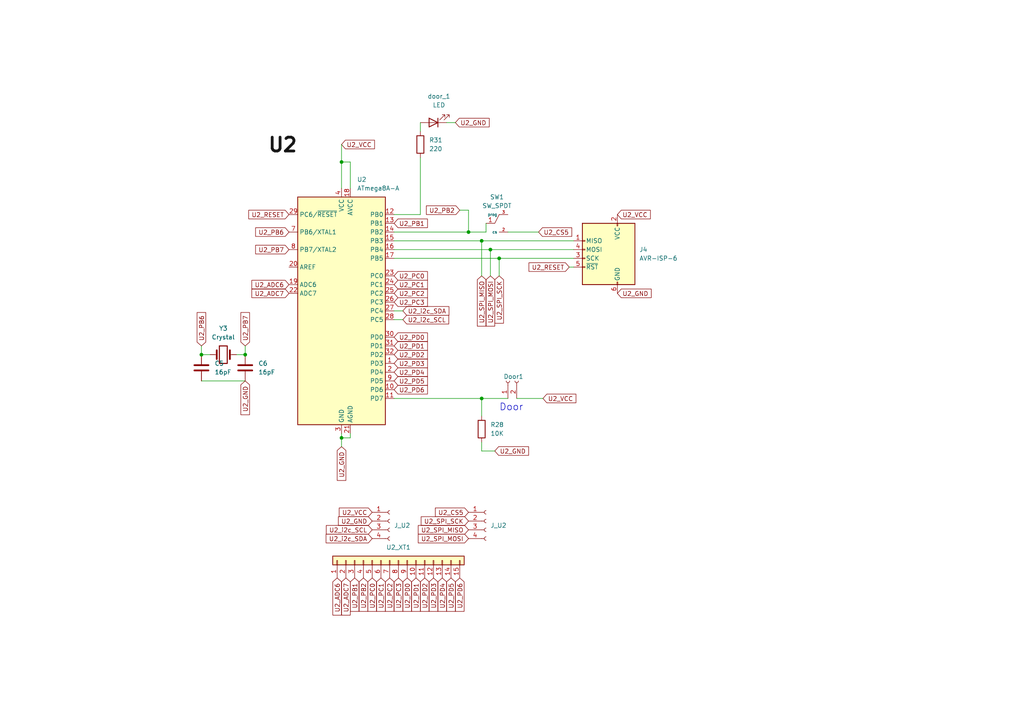
<source format=kicad_sch>
(kicad_sch (version 20230121) (generator eeschema)
  (paper "A4")
  (lib_symbols
    (symbol "Connector:AVR-ISP-6" (pin_names (offset 1.016))
      (property "Reference" "J" (at -6.35 11.43 0))
      (property "Value" "AVR-ISP-6" (at 0 11.43 0))
      (symbol "AVR-ISP-6_0_1"
        (rectangle (start -2.667 -6.858) (end -2.413 -7.62))
        (rectangle (start -2.667 10.16) (end -2.413 9.398))
        (rectangle (start 7.62 -2.413) (end 6.858 -2.667))
        (rectangle (start 7.62 0.127) (end 6.858 -0.127))
        (rectangle (start 7.62 2.667) (end 6.858 2.413))
        (rectangle (start 7.62 5.207) (end 6.858 4.953))
        (rectangle (start 7.62 10.16) (end -7.62 -7.62) (stroke (width 0.254)) (fill (type background)))
      )
      (symbol "AVR-ISP-6_1_1"
        (pin passive line (at 10.16 5.08 180) (length 2.54) (name "MISO") (number "1"))
        (pin passive line (at -2.54 12.7 270) (length 2.54) (name "VCC") (number "2"))
        (pin passive line (at 10.16 0 180) (length 2.54) (name "SCK") (number "3"))
        (pin passive line (at 10.16 2.54 180) (length 2.54) (name "MOSI") (number "4"))
        (pin passive line (at 10.16 -2.54 180) (length 2.54) (name "~{RST}") (number "5"))
        (pin passive line (at -2.54 -10.16 90) (length 2.54) (name "GND") (number "6"))
      )
    )
    (symbol "Connector:Conn_01x02_Socket" (pin_names (offset 1.016) hide)
      (property "Reference" "J" (at 0 2.54 0))
      (property "Value" "Conn_01x02_Socket" (at 0 -5.08 0))
      (symbol "Conn_01x02_Socket_1_1"
        (arc (start 0 -2.032) (mid -0.5058 -2.54) (end 0 -3.048) (stroke (width 0.1524)))
        (polyline (pts (xy -1.27 -2.54) (xy -0.508 -2.54)) (stroke (width 0.1524)))
        (polyline (pts (xy -1.27 0) (xy -0.508 0)) (stroke (width 0.1524)))
        (arc (start 0 0.508) (mid -0.5058 0) (end 0 -0.508) (stroke (width 0.1524)))
        (pin passive line (at -5.08 0 0) (length 3.81) (name "Pin_1") (number "1"))
        (pin passive line (at -5.08 -2.54 0) (length 3.81) (name "Pin_2") (number "2"))
      )
    )
    (symbol "Connector:Conn_01x04_Socket" (pin_names (offset 1.016) hide)
      (property "Reference" "J" (at 0 5.08 0))
      (property "Value" "Conn_01x04_Socket" (at 0 -7.62 0))
      (symbol "Conn_01x04_Socket_1_1"
        (arc (start 0 -4.572) (mid -0.5058 -5.08) (end 0 -5.588) (stroke (width 0.1524)))
        (arc (start 0 -2.032) (mid -0.5058 -2.54) (end 0 -3.048) (stroke (width 0.1524)))
        (polyline (pts (xy -1.27 -5.08) (xy -0.508 -5.08)) (stroke (width 0.1524)))
        (polyline (pts (xy -1.27 -2.54) (xy -0.508 -2.54)) (stroke (width 0.1524)))
        (polyline (pts (xy -1.27 0) (xy -0.508 0)) (stroke (width 0.1524)))
        (polyline (pts (xy -1.27 2.54) (xy -0.508 2.54)) (stroke (width 0.1524)))
        (arc (start 0 0.508) (mid -0.5058 0) (end 0 -0.508) (stroke (width 0.1524)))
        (arc (start 0 3.048) (mid -0.5058 2.54) (end 0 2.032) (stroke (width 0.1524)))
        (pin passive line (at -5.08 2.54 0) (length 3.81) (name "Pin_1") (number "1"))
        (pin passive line (at -5.08 0 0) (length 3.81) (name "Pin_2") (number "2"))
        (pin passive line (at -5.08 -2.54 0) (length 3.81) (name "Pin_3") (number "3"))
        (pin passive line (at -5.08 -5.08 0) (length 3.81) (name "Pin_4") (number "4"))
      )
    )
    (symbol "Connector_Generic:Conn_01x15" (pin_names (offset 1.016) hide)
      (property "Reference" "J" (at 0 20.32 0))
      (property "Value" "Conn_01x15" (at 0 -20.32 0))
      (symbol "Conn_01x15_1_1"
        (rectangle (start -1.27 -17.653) (end 0 -17.907) (stroke (width 0.1524)))
        (rectangle (start -1.27 -15.113) (end 0 -15.367) (stroke (width 0.1524)))
        (rectangle (start -1.27 -12.573) (end 0 -12.827) (stroke (width 0.1524)))
        (rectangle (start -1.27 -10.033) (end 0 -10.287) (stroke (width 0.1524)))
        (rectangle (start -1.27 -7.493) (end 0 -7.747) (stroke (width 0.1524)))
        (rectangle (start -1.27 -4.953) (end 0 -5.207) (stroke (width 0.1524)))
        (rectangle (start -1.27 -2.413) (end 0 -2.667) (stroke (width 0.1524)))
        (rectangle (start -1.27 0.127) (end 0 -0.127) (stroke (width 0.1524)))
        (rectangle (start -1.27 2.667) (end 0 2.413) (stroke (width 0.1524)))
        (rectangle (start -1.27 5.207) (end 0 4.953) (stroke (width 0.1524)))
        (rectangle (start -1.27 7.747) (end 0 7.493) (stroke (width 0.1524)))
        (rectangle (start -1.27 10.287) (end 0 10.033) (stroke (width 0.1524)))
        (rectangle (start -1.27 12.827) (end 0 12.573) (stroke (width 0.1524)))
        (rectangle (start -1.27 15.367) (end 0 15.113) (stroke (width 0.1524)))
        (rectangle (start -1.27 17.907) (end 0 17.653) (stroke (width 0.1524)))
        (rectangle (start -1.27 19.05) (end 1.27 -19.05) (stroke (width 0.254)) (fill (type background)))
        (pin passive line (at -5.08 17.78 0) (length 3.81) (name "Pin_1") (number "1"))
        (pin passive line (at -5.08 -5.08 0) (length 3.81) (name "Pin_10") (number "10"))
        (pin passive line (at -5.08 -7.62 0) (length 3.81) (name "Pin_11") (number "11"))
        (pin passive line (at -5.08 -10.16 0) (length 3.81) (name "Pin_12") (number "12"))
        (pin passive line (at -5.08 -12.7 0) (length 3.81) (name "Pin_13") (number "13"))
        (pin passive line (at -5.08 -15.24 0) (length 3.81) (name "Pin_14") (number "14"))
        (pin passive line (at -5.08 -17.78 0) (length 3.81) (name "Pin_15") (number "15"))
        (pin passive line (at -5.08 15.24 0) (length 3.81) (name "Pin_2") (number "2"))
        (pin passive line (at -5.08 12.7 0) (length 3.81) (name "Pin_3") (number "3"))
        (pin passive line (at -5.08 10.16 0) (length 3.81) (name "Pin_4") (number "4"))
        (pin passive line (at -5.08 7.62 0) (length 3.81) (name "Pin_5") (number "5"))
        (pin passive line (at -5.08 5.08 0) (length 3.81) (name "Pin_6") (number "6"))
        (pin passive line (at -5.08 2.54 0) (length 3.81) (name "Pin_7") (number "7"))
        (pin passive line (at -5.08 0 0) (length 3.81) (name "Pin_8") (number "8"))
        (pin passive line (at -5.08 -2.54 0) (length 3.81) (name "Pin_9") (number "9"))
      )
    )
    (symbol "Device:C" (pin_numbers hide) (pin_names (offset 0.254))
      (property "Reference" "C" (at 0.635 2.54 0))
      (property "Value" "C" (at 0.635 -2.54 0))
      (symbol "C_0_1"
        (polyline (pts (xy -2.032 -0.762) (xy 2.032 -0.762)) (stroke (width 0.508)))
        (polyline (pts (xy -2.032 0.762) (xy 2.032 0.762)) (stroke (width 0.508)))
      )
      (symbol "C_1_1"
        (pin passive line (at 0 3.81 270) (length 2.794) (name "~") (number "1"))
        (pin passive line (at 0 -3.81 90) (length 2.794) (name "~") (number "2"))
      )
    )
    (symbol "Device:Crystal" (pin_numbers hide) (pin_names (offset 1.016) hide)
      (property "Reference" "Y" (at 0 3.81 0))
      (property "Value" "Crystal" (at 0 -3.81 0))
      (symbol "Crystal_0_1"
        (rectangle (start -1.143 2.54) (end 1.143 -2.54) (stroke (width 0.3048)))
        (polyline (pts (xy -2.54 0) (xy -1.905 0)))
        (polyline (pts (xy -1.905 -1.27) (xy -1.905 1.27)) (stroke (width 0.508)))
        (polyline (pts (xy 1.905 -1.27) (xy 1.905 1.27)) (stroke (width 0.508)))
        (polyline (pts (xy 2.54 0) (xy 1.905 0)))
      )
      (symbol "Crystal_1_1"
        (pin passive line (at -3.81 0 0) (length 1.27) (name "1") (number "1"))
        (pin passive line (at 3.81 0 180) (length 1.27) (name "2") (number "2"))
      )
    )
    (symbol "Device:LED" (pin_numbers hide) (pin_names (offset 1.016) hide)
      (property "Reference" "D" (at 0 2.54 0))
      (property "Value" "LED" (at 0 -2.54 0))
      (symbol "LED_0_1"
        (polyline (pts (xy -1.27 -1.27) (xy -1.27 1.27)) (stroke (width 0.254)))
        (polyline (pts (xy -1.27 0) (xy 1.27 0)))
        (polyline (pts (xy 1.27 -1.27) (xy 1.27 1.27) (xy -1.27 0) (xy 1.27 -1.27)) (stroke (width 0.254)))
        (polyline (pts (xy -3.048 -0.762) (xy -4.572 -2.286) (xy -3.81 -2.286) (xy -4.572 -2.286) (xy -4.572 -1.524)))
        (polyline (pts (xy -1.778 -0.762) (xy -3.302 -2.286) (xy -2.54 -2.286) (xy -3.302 -2.286) (xy -3.302 -1.524)))
      )
      (symbol "LED_1_1"
        (pin passive line (at -3.81 0 0) (length 2.54) (name "K") (number "1"))
        (pin passive line (at 3.81 0 180) (length 2.54) (name "A") (number "2"))
      )
    )
    (symbol "Device:R" (pin_numbers hide) (pin_names (offset 0))
      (property "Reference" "R" (at 2.032 0 90))
      (property "Value" "R" (at 0 0 90))
      (symbol "R_0_1"
        (rectangle (start -1.016 -2.54) (end 1.016 2.54) (stroke (width 0.254)))
      )
      (symbol "R_1_1"
        (pin passive line (at 0 3.81 270) (length 1.27) (name "~") (number "1"))
        (pin passive line (at 0 -3.81 90) (length 1.27) (name "~") (number "2"))
      )
    )
    (symbol "JP_Library:BSI-10"
      (property "Reference" "U" (at 0 5.08 0))
      (symbol "BSI-10_0_1"
        (polyline (pts (xy -1.27 0) (xy 0 2.54)))
      )
      (symbol "BSI-10_1_1"
        (pin input line (at -3.81 0 0) (length 2.54) (name "") (number "1"))
        (pin input line (at 2.54 -2.54 180) (length 2.54) (name "cs") (number "2"))
        (pin input line (at 2.54 2.54 180) (length 2.54) (name "prog") (number "3"))
      )
    )
    (symbol "MCU_Microchip_ATmega:ATmega8A-A"
      (property "Reference" "U" (at -12.7 34.29 0))
      (property "Value" "ATmega8A-A" (at 5.08 -34.29 0))
      (symbol "ATmega8A-A_0_1"
        (rectangle (start -12.7 -33.02) (end 12.7 33.02) (stroke (width 0.254)) (fill (type background)))
      )
      (symbol "ATmega8A-A_1_1"
        (pin bidirectional line (at 15.24 -15.24 180) (length 2.54) (name "PD3") (number "1"))
        (pin bidirectional line (at 15.24 -22.86 180) (length 2.54) (name "PD6") (number "10"))
        (pin bidirectional line (at 15.24 -25.4 180) (length 2.54) (name "PD7") (number "11"))
        (pin bidirectional line (at 15.24 27.94 180) (length 2.54) (name "PB0") (number "12"))
        (pin bidirectional line (at 15.24 25.4 180) (length 2.54) (name "PB1") (number "13"))
        (pin bidirectional line (at 15.24 22.86 180) (length 2.54) (name "PB2") (number "14"))
        (pin bidirectional line (at 15.24 20.32 180) (length 2.54) (name "PB3") (number "15"))
        (pin bidirectional line (at 15.24 17.78 180) (length 2.54) (name "PB4") (number "16"))
        (pin bidirectional line (at 15.24 15.24 180) (length 2.54) (name "PB5") (number "17"))
        (pin power_in line (at 2.54 35.56 270) (length 2.54) (name "AVCC") (number "18"))
        (pin input line (at -15.24 7.62 0) (length 2.54) (name "ADC6") (number "19"))
        (pin bidirectional line (at 15.24 -17.78 180) (length 2.54) (name "PD4") (number "2"))
        (pin passive line (at -15.24 12.7 0) (length 2.54) (name "AREF") (number "20"))
        (pin power_in line (at 2.54 -35.56 90) (length 2.54) (name "AGND") (number "21"))
        (pin input line (at -15.24 5.08 0) (length 2.54) (name "ADC7") (number "22"))
        (pin bidirectional line (at 15.24 10.16 180) (length 2.54) (name "PC0") (number "23"))
        (pin bidirectional line (at 15.24 7.62 180) (length 2.54) (name "PC1") (number "24"))
        (pin bidirectional line (at 15.24 5.08 180) (length 2.54) (name "PC2") (number "25"))
        (pin bidirectional line (at 15.24 2.54 180) (length 2.54) (name "PC3") (number "26"))
        (pin bidirectional line (at 15.24 0 180) (length 2.54) (name "PC4") (number "27"))
        (pin bidirectional line (at 15.24 -2.54 180) (length 2.54) (name "PC5") (number "28"))
        (pin bidirectional line (at -15.24 27.94 0) (length 2.54) (name "PC6/~{RESET}") (number "29"))
        (pin power_in line (at 0 -35.56 90) (length 2.54) (name "GND") (number "3"))
        (pin bidirectional line (at 15.24 -7.62 180) (length 2.54) (name "PD0") (number "30"))
        (pin bidirectional line (at 15.24 -10.16 180) (length 2.54) (name "PD1") (number "31"))
        (pin bidirectional line (at 15.24 -12.7 180) (length 2.54) (name "PD2") (number "32"))
        (pin power_in line (at 0 35.56 270) (length 2.54) (name "VCC") (number "4"))
        (pin passive line (at 0 -35.56 90) (length 2.54) hide (name "GND") (number "5"))
        (pin passive line (at 0 35.56 270) (length 2.54) hide (name "VCC") (number "6"))
        (pin bidirectional line (at -15.24 22.86 0) (length 2.54) (name "PB6/XTAL1") (number "7"))
        (pin bidirectional line (at -15.24 17.78 0) (length 2.54) (name "PB7/XTAL2") (number "8"))
        (pin bidirectional line (at 15.24 -20.32 180) (length 2.54) (name "PD5") (number "9"))
      )
    )
  )
  (junction (at 142.24 72.39))
  (junction (at 139.7 69.85))
  (junction (at 99.06 46.99))
  (junction (at 139.7 115.57))
  (junction (at 135.89 67.31))
  (junction (at 58.42 102.87))
  (junction (at 71.12 102.87))
  (junction (at 144.78 74.93))
  (junction (at 99.06 127))
  (wire (pts (xy 114.3 69.85) (xy 139.7 69.85)))
  (wire (pts (xy 58.42 100.33) (xy 58.42 102.87)))
  (wire (pts (xy 58.42 102.87) (xy 60.96 102.87)))
  (wire (pts (xy 139.7 69.85) (xy 139.7 80.01)))
  (wire (pts (xy 121.92 62.23) (xy 114.3 62.23)))
  (wire (pts (xy 139.7 69.85) (xy 166.37 69.85)))
  (wire (pts (xy 68.58 102.87) (xy 71.12 102.87)))
  (wire (pts (xy 135.89 67.31) (xy 140.97 67.31)))
  (wire (pts (xy 114.3 115.57) (xy 139.7 115.57)))
  (wire (pts (xy 99.06 46.99) (xy 99.06 54.61)))
  (wire (pts (xy 121.92 35.56) (xy 121.92 38.1)))
  (wire (pts (xy 140.97 67.31) (xy 140.97 64.77)))
  (wire (pts (xy 121.92 45.72) (xy 121.92 62.23)))
  (wire (pts (xy 149.86 115.57) (xy 157.48 115.57)))
  (wire (pts (xy 101.6 125.73) (xy 101.6 127)))
  (wire (pts (xy 58.42 110.49) (xy 71.12 110.49)))
  (wire (pts (xy 114.3 90.17) (xy 116.84 90.17)))
  (wire (pts (xy 144.78 74.93) (xy 144.78 80.01)))
  (wire (pts (xy 143.51 130.81) (xy 139.7 130.81)))
  (wire (pts (xy 99.06 125.73) (xy 99.06 127)))
  (wire (pts (xy 71.12 100.33) (xy 71.12 102.87)))
  (wire (pts (xy 101.6 46.99) (xy 99.06 46.99)))
  (wire (pts (xy 139.7 115.57) (xy 139.7 120.65)))
  (wire (pts (xy 114.3 67.31) (xy 135.89 67.31)))
  (wire (pts (xy 101.6 127) (xy 99.06 127)))
  (wire (pts (xy 132.08 35.56) (xy 129.54 35.56)))
  (wire (pts (xy 114.3 92.71) (xy 116.84 92.71)))
  (wire (pts (xy 101.6 46.99) (xy 101.6 54.61)))
  (wire (pts (xy 139.7 115.57) (xy 147.32 115.57)))
  (wire (pts (xy 139.7 130.81) (xy 139.7 128.27)))
  (wire (pts (xy 114.3 74.93) (xy 144.78 74.93)))
  (wire (pts (xy 142.24 72.39) (xy 166.37 72.39)))
  (wire (pts (xy 99.06 41.91) (xy 99.06 46.99)))
  (wire (pts (xy 114.3 72.39) (xy 142.24 72.39)))
  (wire (pts (xy 142.24 72.39) (xy 142.24 80.01)))
  (wire (pts (xy 133.35 60.96) (xy 135.89 60.96)))
  (wire (pts (xy 147.32 67.31) (xy 156.21 67.31)))
  (wire (pts (xy 144.78 74.93) (xy 166.37 74.93)))
  (wire (pts (xy 135.89 60.96) (xy 135.89 67.31)))
  (wire (pts (xy 99.06 127) (xy 99.06 129.54)))
  (wire (pts (xy 166.37 77.47) (xy 165.1 77.47)))
  (text "Door\n" (at 144.78 119.38 0) (effects (font (size 2 2)) (justify left bottom)))
  (label "U2" (at 77.47 45.72 0) (effects (font (size 4 4) (thickness 0.8) bold)))
  (global_label "U2_ADC7" (shape input) (at 83.82 85.09 180) (property "Intersheetrefs" "${INTERSHEET_REFS}" (effects hide)))
  (global_label "U2_SPI_SCK" (shape input) (at 144.78 80.01 270) (property "Intersheetrefs" "${INTERSHEET_REFS}" (effects hide)))
  (global_label "U2_VCC" (shape input) (at 107.95 148.59 180) (property "Intersheetrefs" "${INTERSHEET_REFS}" (effects hide)))
  (global_label "U2_ADC7" (shape input) (at 100.33 167.64 270) (property "Intersheetrefs" "${INTERSHEET_REFS}" (effects hide)))
  (global_label "U2_SPI_MOSI" (shape input) (at 135.89 156.21 180) (property "Intersheetrefs" "${INTERSHEET_REFS}" (effects hide)))
  (global_label "U2_PD5" (shape input) (at 114.3 110.49 0) (property "Intersheetrefs" "${INTERSHEET_REFS}" (effects hide)))
  (global_label "U2_SPI_MISO" (shape input) (at 135.89 153.67 180) (property "Intersheetrefs" "${INTERSHEET_REFS}" (effects hide)))
  (global_label "U2_PD6" (shape input) (at 114.3 113.03 0) (property "Intersheetrefs" "${INTERSHEET_REFS}" (effects hide)))
  (global_label "U2_PC1" (shape input) (at 110.49 167.64 270) (property "Intersheetrefs" "${INTERSHEET_REFS}" (effects hide)))
  (global_label "U2_PD2" (shape input) (at 123.19 167.64 270) (property "Intersheetrefs" "${INTERSHEET_REFS}" (effects hide)))
  (global_label "U2_GND" (shape input) (at 143.51 130.81 0) (property "Intersheetrefs" "${INTERSHEET_REFS}" (effects hide)))
  (global_label "U2_PC0" (shape input) (at 107.95 167.64 270) (property "Intersheetrefs" "${INTERSHEET_REFS}" (effects hide)))
  (global_label "U2_PB2" (shape input) (at 133.35 60.96 180) (property "Intersheetrefs" "${INTERSHEET_REFS}" (effects hide)))
  (global_label "U2_i2c_SCL" (shape input) (at 116.84 92.71 0) (property "Intersheetrefs" "${INTERSHEET_REFS}" (effects hide)))
  (global_label "U2_VCC" (shape input) (at 99.06 41.91 0) (property "Intersheetrefs" "${INTERSHEET_REFS}" (effects hide)))
  (global_label "U2_ADC6" (shape input) (at 83.82 82.55 180) (property "Intersheetrefs" "${INTERSHEET_REFS}" (effects hide)))
  (global_label "U2_SPI_MISO" (shape input) (at 139.7 80.01 270) (property "Intersheetrefs" "${INTERSHEET_REFS}" (effects hide)))
  (global_label "U2_SPI_SCK" (shape input) (at 135.89 151.13 180) (property "Intersheetrefs" "${INTERSHEET_REFS}" (effects hide)))
  (global_label "U2_PC3" (shape input) (at 114.3 87.63 0) (property "Intersheetrefs" "${INTERSHEET_REFS}" (effects hide)))
  (global_label "U2_SPI_MOSI" (shape input) (at 142.24 80.01 270) (property "Intersheetrefs" "${INTERSHEET_REFS}" (effects hide)))
  (global_label "U2_PC1" (shape input) (at 114.3 82.55 0) (property "Intersheetrefs" "${INTERSHEET_REFS}" (effects hide)))
  (global_label "U2_PD0" (shape input) (at 118.11 167.64 270) (property "Intersheetrefs" "${INTERSHEET_REFS}" (effects hide)))
  (global_label "U2_PB7" (shape input) (at 71.12 100.33 90) (property "Intersheetrefs" "${INTERSHEET_REFS}" (effects hide)))
  (global_label "U2_PD6" (shape input) (at 133.35 167.64 270) (property "Intersheetrefs" "${INTERSHEET_REFS}" (effects hide)))
  (global_label "U2_PC0" (shape input) (at 114.3 80.01 0) (property "Intersheetrefs" "${INTERSHEET_REFS}" (effects hide)))
  (global_label "U2_PB7" (shape input) (at 83.82 72.39 180) (property "Intersheetrefs" "${INTERSHEET_REFS}" (effects hide)))
  (global_label "U2_VCC" (shape input) (at 157.48 115.57 0) (property "Intersheetrefs" "${INTERSHEET_REFS}" (effects hide)))
  (global_label "U2_i2c_SDA" (shape input) (at 107.95 156.21 180) (property "Intersheetrefs" "${INTERSHEET_REFS}" (effects hide)))
  (global_label "U2_PD4" (shape input) (at 128.27 167.64 270) (property "Intersheetrefs" "${INTERSHEET_REFS}" (effects hide)))
  (global_label "U2_PD1" (shape input) (at 114.3 100.33 0) (property "Intersheetrefs" "${INTERSHEET_REFS}" (effects hide)))
  (global_label "U2_GND" (shape input) (at 179.07 85.09 0) (property "Intersheetrefs" "${INTERSHEET_REFS}" (effects hide)))
  (global_label "U2_PB2" (shape input) (at 105.41 167.64 270) (property "Intersheetrefs" "${INTERSHEET_REFS}" (effects hide)))
  (global_label "U2_PD1" (shape input) (at 120.65 167.64 270) (property "Intersheetrefs" "${INTERSHEET_REFS}" (effects hide)))
  (global_label "U2_PC2" (shape input) (at 114.3 85.09 0) (property "Intersheetrefs" "${INTERSHEET_REFS}" (effects hide)))
  (global_label "U2_PD3" (shape input) (at 114.3 105.41 0) (property "Intersheetrefs" "${INTERSHEET_REFS}" (effects hide)))
  (global_label "U2_ADC6" (shape input) (at 97.79 167.64 270) (property "Intersheetrefs" "${INTERSHEET_REFS}" (effects hide)))
  (global_label "U2_CS5" (shape input) (at 156.21 67.31 0) (property "Intersheetrefs" "${INTERSHEET_REFS}" (effects hide)))
  (global_label "U2_CS5" (shape input) (at 135.89 148.59 180) (property "Intersheetrefs" "${INTERSHEET_REFS}" (effects hide)))
  (global_label "U2_GND" (shape input) (at 107.95 151.13 180) (property "Intersheetrefs" "${INTERSHEET_REFS}" (effects hide)))
  (global_label "U2_GND" (shape input) (at 132.08 35.56 0) (property "Intersheetrefs" "${INTERSHEET_REFS}" (effects hide)))
  (global_label "U2_RESET" (shape input) (at 165.1 77.47 180) (property "Intersheetrefs" "${INTERSHEET_REFS}" (effects hide)))
  (global_label "U2_PC3" (shape input) (at 115.57 167.64 270) (property "Intersheetrefs" "${INTERSHEET_REFS}" (effects hide)))
  (global_label "U2_RESET" (shape input) (at 83.82 62.23 180) (property "Intersheetrefs" "${INTERSHEET_REFS}" (effects hide)))
  (global_label "U2_PB1" (shape input) (at 102.87 167.64 270) (property "Intersheetrefs" "${INTERSHEET_REFS}" (effects hide)))
  (global_label "U2_PB6" (shape input) (at 83.82 67.31 180) (property "Intersheetrefs" "${INTERSHEET_REFS}" (effects hide)))
  (global_label "U2_PD5" (shape input) (at 130.81 167.64 270) (property "Intersheetrefs" "${INTERSHEET_REFS}" (effects hide)))
  (global_label "U2_PB1" (shape input) (at 114.3 64.77 0) (property "Intersheetrefs" "${INTERSHEET_REFS}" (effects hide)))
  (global_label "U2_i2c_SDA" (shape input) (at 116.84 90.17 0) (property "Intersheetrefs" "${INTERSHEET_REFS}" (effects hide)))
  (global_label "U2_GND" (shape input) (at 99.06 129.54 270) (property "Intersheetrefs" "${INTERSHEET_REFS}" (effects hide)))
  (global_label "U2_PD4" (shape input) (at 114.3 107.95 0) (property "Intersheetrefs" "${INTERSHEET_REFS}" (effects hide)))
  (global_label "U2_PD0" (shape input) (at 114.3 97.79 0) (property "Intersheetrefs" "${INTERSHEET_REFS}" (effects hide)))
  (global_label "U2_PB6" (shape input) (at 58.42 100.33 90) (property "Intersheetrefs" "${INTERSHEET_REFS}" (effects hide)))
  (global_label "U2_PD3" (shape input) (at 125.73 167.64 270) (property "Intersheetrefs" "${INTERSHEET_REFS}" (effects hide)))
  (global_label "U2_PC2" (shape input) (at 113.03 167.64 270) (property "Intersheetrefs" "${INTERSHEET_REFS}" (effects hide)))
  (global_label "U2_GND" (shape input) (at 71.12 110.49 270) (property "Intersheetrefs" "${INTERSHEET_REFS}" (effects hide)))
  (global_label "U2_VCC" (shape input) (at 179.07 62.23 0) (property "Intersheetrefs" "${INTERSHEET_REFS}" (effects hide)))
  (global_label "U2_i2c_SCL" (shape input) (at 107.95 153.67 180) (property "Intersheetrefs" "${INTERSHEET_REFS}" (effects hide)))
  (global_label "U2_PD2" (shape input) (at 114.3 102.87 0) (property "Intersheetrefs" "${INTERSHEET_REFS}" (effects hide)))
  (symbol (lib_id "Device:C") (at 58.42 106.68 0) (unit 1)
    (property "Reference" "C5" (at 62.23 105.41 0) (effects (justify left)))
    (property "Value" "16pF" (at 62.23 107.95 0) (effects (justify left)))
    (property "Footprint" "Capacitor_SMD:C_0805_2012Metric_Pad1.18x1.45mm_HandSolder" (effects hide))
    (instances (project "MaisonEtape1" (path "" (reference "C5") (unit 1)) (path "" (reference "C9") (unit 1)) (path "" (reference "C9") (unit 1))))
  )
  (symbol (lib_id "Connector:Conn_01x04_Socket") (at 113.03 151.13 0) (unit 1)
    (property "Reference" "J_U2" (at 114.3 152.4 0) (effects (justify left)))
    (property "Value" "Conn_01x04_Socket" (effects hide))
    (property "Footprint" "Connector_PinHeader_2.54mm:PinHeader_1x04_P2.54mm_Vertical" (effects hide))
    (instances (project "MaisonEtape1" (path "" (reference "J_U2") (unit 1)) (path "" (reference "J_U2A1") (unit 1))))
  )
  (symbol (lib_id "Device:Crystal") (at 64.77 102.87 180) (unit 1)
    (property "Reference" "Y3" (at 64.77 95.25 0))
    (property "Value" "Crystal" (at 64.77 97.79 0))
    (property "Footprint" "JP_Library:Crystal 49SS-SMD" (effects hide))
    (instances (project "MaisonEtape1" (path "" (reference "Y3") (unit 1)) (path "" (reference "Y_U2") (unit 1)) (path "" (reference "Y2") (unit 1))))
  )
  (symbol (lib_id "Connector_Generic:Conn_01x15") (at 115.57 162.56 90) (unit 1)
    (property "Reference" "U2_XT1" (at 115.57 158.75 90))
    (property "Value" "Conn_01x09" (effects hide))
    (property "Footprint" "JP_Library:XT_15" (effects hide))
  )
  (symbol (lib_id "MCU_Microchip_ATmega:ATmega8A-A") (at 99.06 90.17 0) (unit 1)
    (property "Reference" "U2" (at 103.5559 52.07 0) (effects (justify left)))
    (property "Value" "ATmega8A-A" (at 103.5559 54.61 0) (effects (justify left)))
    (property "Footprint" "Package_QFP:TQFP-32_7x7mm_P0.8mm" (effects hide))
    (property "Datasheet" "http://ww1.microchip.com/downloads/en/DeviceDoc/Microchip%208bit%20mcu%20AVR%20ATmega8A%20data%20sheet%2040001974A.pdf" (effects hide))
  )
  (symbol (lib_id "Device:R") (at 139.7 124.46 0) (unit 1)
    (property "Reference" "R28" (at 142.24 123.19 0) (effects (justify left)))
    (property "Value" "10K" (at 142.24 125.73 0) (effects (justify left)))
    (property "Footprint" "Resistor_SMD:R_0805_2012Metric_Pad1.20x1.40mm_HandSolder" (effects hide))
    (instances (project "MaisonEtape1" (path "" (reference "R28") (unit 1)) (path "" (reference "R31") (unit 1))))
  )
  (symbol (lib_id "Device:C") (at 71.12 106.68 0) (unit 1)
    (property "Reference" "C6" (at 74.93 105.41 0) (effects (justify left)))
    (property "Value" "16pF" (at 74.93 107.95 0) (effects (justify left)))
    (property "Footprint" "Capacitor_SMD:C_0805_2012Metric_Pad1.18x1.45mm_HandSolder" (effects hide))
    (instances (project "MaisonEtape1" (path "" (reference "C6") (unit 1)) (path "" (reference "C10") (unit 1)) (path "" (reference "C10") (unit 1))))
  )
  (symbol (lib_id "Device:LED") (at 125.73 35.56 180) (unit 1)
    (property "Reference" "door_1" (at 127.3175 27.94 0))
    (property "Value" "LED" (at 127.3175 30.48 0))
    (property "Footprint" "LED_SMD:LED_0805_2012Metric" (effects hide))
  )
  (symbol (lib_id "Device:R") (at 121.92 41.91 180) (unit 1)
    (property "Reference" "R31" (at 124.46 40.64 0) (effects (justify right)))
    (property "Value" "220" (at 124.46 43.18 0) (effects (justify right)))
    (property "Footprint" "Resistor_SMD:R_0805_2012Metric_Pad1.20x1.40mm_HandSolder" (effects hide))
    (instances (project "MaisonEtape1" (path "" (reference "R31") (unit 1)) (path "" (reference "R17") (unit 1))))
  )
  (symbol (lib_id "JP_Library:BSI-10") (at 144.78 64.77 0) (unit 1)
    (property "Reference" "SW1" (at 144.145 57.15 0))
    (property "Value" "SW_SPDT" (at 144.145 59.69 0))
    (property "Footprint" "JP_Library:BSI-10" (effects hide))
    (instances (project "MaisonEtape1" (path "" (reference "SW1") (unit 1)) (path "" (reference "SW_U3") (unit 1)) (path "" (reference "SW1") (unit 1)) (path "" (reference "SW2") (unit 1))))
  )
  (symbol (lib_id "Connector:AVR-ISP-6") (at 176.53 74.93 0) (mirror y) (unit 1)
    (property "Reference" "J4" (at 185.42 72.39 0) (effects (justify right)))
    (property "Value" "AVR-ISP-6" (at 185.42 74.93 0) (effects (justify right)))
    (property "Footprint" "JP_Library:SPI_prog" (effects hide))
    (property "Datasheet" " ~" (effects hide))
    (instances (project "MaisonEtape1" (path "" (reference "J4") (unit 1)) (path "" (reference "J2") (unit 1)) (path "" (reference "J2") (unit 1))))
  )
  (symbol (lib_id "Connector:Conn_01x04_Socket") (at 140.97 151.13 0) (unit 1)
    (property "Reference" "J_U2" (at 142.24 152.4 0) (effects (justify left)))
    (property "Value" "Conn_01x04_Socket" (effects hide))
    (property "Footprint" "Connector_PinHeader_2.54mm:PinHeader_1x04_P2.54mm_Vertical" (effects hide))
    (instances (project "MaisonEtape1" (path "" (reference "J_U2") (unit 1)) (path "" (reference "J_U2B1") (unit 1))))
  )
  (symbol (lib_id "Connector:Conn_01x02_Socket") (at 147.32 110.49 90) (unit 1)
    (property "Reference" "Door1" (at 146.05 109.22 90) (effects (justify right)))
    (property "Value" "Conn_01x02_Socket" (effects hide))
    (property "Footprint" "Connector_PinSocket_2.54mm:PinSocket_1x02_P2.54mm_Vertical" (effects hide))
  )
)
</source>
